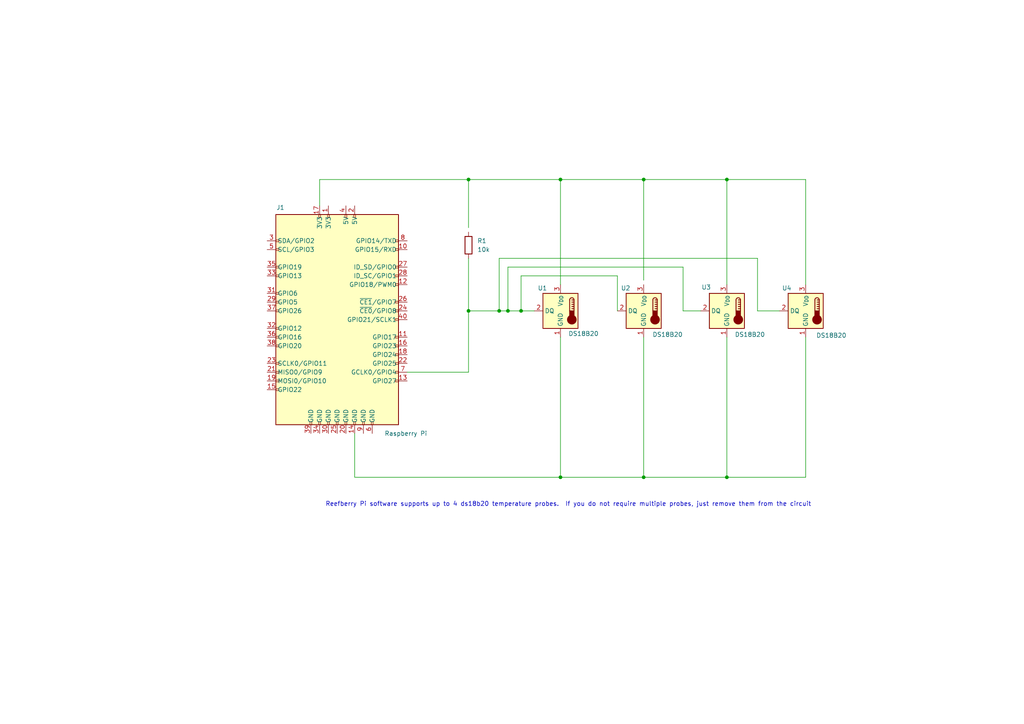
<source format=kicad_sch>
(kicad_sch (version 20231120) (generator "eeschema") (generator_version "8.0")
  (paper "A4")
  (title_block (title "ds18b20 Temperature Probes") (date "2024-04-10") (rev "v01") (company "ReefSpy Labs") (comment 1 "https://github.com/ReefSpy/ReefberryPi"))
  (lib_symbols
    (symbol "Device:R" (pin_numbers hide) (pin_names (offset 0))
      (property "Reference" "R" (at 2.032 0 90))
      (property "Value" "R" (at 0 0 90))
      (symbol "R_0_1"
        (rectangle (start -1.016 -2.54) (end 1.016 2.54) (stroke (width 0.254)))
      )
      (symbol "R_1_1"
        (pin passive line (at 0 3.81 270) (length 1.27) (name "~") (number "1"))
        (pin passive line (at 0 -3.81 90) (length 1.27) (name "~") (number "2"))
      )
    )
    (symbol "Sensor_Temperature:DS18B20"
      (property "Reference" "U" (at -3.81 6.35 0))
      (property "Value" "DS18B20" (at 6.35 6.35 0))
      (symbol "DS18B20_0_1"
        (rectangle (start -5.08 5.08) (end 5.08 -5.08) (stroke (width 0.254)) (fill (type background)))
        (circle (center -3.302 -2.54) (radius 1.27) (stroke (width 0.254)) (fill (type outline)))
        (rectangle (start -2.667 -1.905) (end -3.937 0) (stroke (width 0.254)) (fill (type outline)))
        (arc (start -2.667 3.175) (mid -3.302 3.8073) (end -3.937 3.175) (stroke (width 0.254)))
        (polyline (pts (xy -3.937 0.635) (xy -3.302 0.635)) (stroke (width 0.254)))
        (polyline (pts (xy -3.937 1.27) (xy -3.302 1.27)) (stroke (width 0.254)))
        (polyline (pts (xy -3.937 1.905) (xy -3.302 1.905)) (stroke (width 0.254)))
        (polyline (pts (xy -3.937 2.54) (xy -3.302 2.54)) (stroke (width 0.254)))
        (polyline (pts (xy -3.937 3.175) (xy -3.937 0)) (stroke (width 0.254)))
        (polyline (pts (xy -3.937 3.175) (xy -3.302 3.175)) (stroke (width 0.254)))
        (polyline (pts (xy -2.667 3.175) (xy -2.667 0)) (stroke (width 0.254)))
      )
      (symbol "DS18B20_1_1"
        (pin power_in line (at 0 -7.62 90) (length 2.54) (name "GND") (number "1"))
        (pin bidirectional line (at 7.62 0 180) (length 2.54) (name "DQ") (number "2"))
        (pin power_in line (at 0 7.62 270) (length 2.54) (name "V_{DD}") (number "3"))
      )
    )
    (symbol "reefberrypi:Raspberry_Pi"
      (property "Reference" "J" (at -17.526 32.258 0))
      (property "Value" "Raspberry Pi" (at 17.272 -32.512 0))
      (symbol "Raspberry_Pi_0_1"
        (rectangle (start -17.78 30.48) (end 17.78 -30.48) (stroke (width 0.254)) (fill (type background)))
      )
      (symbol "Raspberry_Pi_1_1"
        (rectangle (start -16.891 -17.526) (end -17.78 -18.034))
        (rectangle (start -16.891 -14.986) (end -17.78 -15.494))
        (rectangle (start -16.891 -12.446) (end -17.78 -12.954))
        (rectangle (start -16.891 -9.906) (end -17.78 -10.414))
        (rectangle (start -16.891 -7.366) (end -17.78 -7.874))
        (rectangle (start -16.891 -4.826) (end -17.78 -5.334))
        (rectangle (start -16.891 0.254) (end -17.78 -0.254))
        (rectangle (start -16.891 2.794) (end -17.78 2.286))
        (rectangle (start -16.891 5.334) (end -17.78 4.826))
        (rectangle (start -16.891 10.414) (end -17.78 9.906))
        (rectangle (start -16.891 12.954) (end -17.78 12.446))
        (rectangle (start -16.891 15.494) (end -17.78 14.986))
        (rectangle (start -16.891 20.574) (end -17.78 20.066))
        (rectangle (start -16.891 23.114) (end -17.78 22.606))
        (rectangle (start -10.414 -29.591) (end -9.906 -30.48))
        (rectangle (start -7.874 -29.591) (end -7.366 -30.48))
        (rectangle (start -5.334 -29.591) (end -4.826 -30.48))
        (rectangle (start -5.334 30.48) (end -4.826 29.591))
        (rectangle (start -2.794 -29.591) (end -2.286 -30.48))
        (rectangle (start -2.794 30.48) (end -2.286 29.591))
        (rectangle (start -0.254 -29.591) (end 0.254 -30.48))
        (rectangle (start 2.286 -29.591) (end 2.794 -30.48))
        (rectangle (start 2.286 30.48) (end 2.794 29.591))
        (rectangle (start 4.826 -29.591) (end 5.334 -30.48))
        (rectangle (start 4.826 30.48) (end 5.334 29.591))
        (rectangle (start 7.366 -29.591) (end 7.874 -30.48))
        (rectangle (start 16.891 -15.0368) (end 17.78 -15.5448))
        (rectangle (start 16.891 -12.446) (end 17.78 -12.954))
        (rectangle (start 16.891 7.874) (end 17.78 7.366))
        (rectangle (start 17.78 -20.066) (end 16.891 -20.574))
        (rectangle (start 17.78 -17.526) (end 16.891 -18.034))
        (rectangle (start 17.78 -7.366) (end 16.891 -7.874))
        (rectangle (start 17.78 -4.826) (end 16.891 -5.334))
        (rectangle (start 17.78 -2.286) (end 16.891 -2.794))
        (rectangle (start 17.78 2.794) (end 16.891 2.286))
        (rectangle (start 17.78 5.334) (end 16.891 4.826))
        (rectangle (start 17.78 12.954) (end 16.891 12.446))
        (rectangle (start 17.78 15.494) (end 16.891 14.986))
        (rectangle (start 17.78 20.574) (end 16.891 20.066))
        (rectangle (start 17.78 23.114) (end 16.891 22.606))
        (pin power_in line (at 2.54 33.02 270) (length 2.54) (name "3V3") (number "1"))
        (pin bidirectional line (at -20.32 20.32 0) (length 2.54) (name "GPIO15/RXD") (number "10"))
        (pin bidirectional line (at -20.32 -5.08 0) (length 2.54) (name "GPIO17") (number "11"))
        (pin bidirectional line (at -20.32 10.16 0) (length 2.54) (name "GPIO18/PWM0") (number "12"))
        (pin bidirectional line (at -20.32 -17.78 0) (length 2.54) (name "GPIO27") (number "13"))
        (pin power_in line (at -5.08 -33.02 90) (length 2.54) (name "GND") (number "14"))
        (pin bidirectional line (at 20.32 -20.32 180) (length 2.54) (name "GPIO22") (number "15"))
        (pin bidirectional line (at -20.32 -7.62 0) (length 2.54) (name "GPIO23") (number "16"))
        (pin power_in line (at 5.08 33.02 270) (length 2.54) (name "3V3") (number "17"))
        (pin bidirectional line (at -20.32 -10.16 0) (length 2.54) (name "GPIO24") (number "18"))
        (pin bidirectional line (at 20.32 -17.78 180) (length 2.54) (name "MOSI0/GPIO10") (number "19"))
        (pin power_in line (at -5.08 33.02 270) (length 2.54) (name "5V") (number "2"))
        (pin power_in line (at -2.54 -33.02 90) (length 2.54) (name "GND") (number "20"))
        (pin bidirectional line (at 20.32 -15.24 180) (length 2.54) (name "MISO0/GPIO9") (number "21"))
        (pin bidirectional line (at -20.32 -12.7 0) (length 2.54) (name "GPIO25") (number "22"))
        (pin bidirectional line (at 20.32 -12.7 180) (length 2.54) (name "SCLK0/GPIO11") (number "23"))
        (pin bidirectional line (at -20.32 2.54 0) (length 2.54) (name "~{CE0}/GPIO8") (number "24"))
        (pin power_in line (at 0 -33.02 90) (length 2.54) (name "GND") (number "25"))
        (pin bidirectional line (at -20.32 5.08 0) (length 2.54) (name "~{CE1}/GPIO7") (number "26"))
        (pin bidirectional line (at -20.32 15.24 0) (length 2.54) (name "ID_SD/GPIO0") (number "27"))
        (pin bidirectional line (at -20.32 12.7 0) (length 2.54) (name "ID_SC/GPIO1") (number "28"))
        (pin bidirectional line (at 20.32 5.08 180) (length 2.54) (name "GPIO5") (number "29"))
        (pin bidirectional line (at 20.32 22.86 180) (length 2.54) (name "SDA/GPIO2") (number "3"))
        (pin power_in line (at 2.54 -33.02 90) (length 2.54) (name "GND") (number "30"))
        (pin bidirectional line (at 20.32 7.62 180) (length 2.54) (name "GPIO6") (number "31"))
        (pin bidirectional line (at 20.32 -2.54 180) (length 2.54) (name "GPIO12") (number "32"))
        (pin bidirectional line (at 20.32 12.7 180) (length 2.54) (name "GPIO13") (number "33"))
        (pin power_in line (at 5.08 -33.02 90) (length 2.54) (name "GND") (number "34"))
        (pin bidirectional line (at 20.32 15.24 180) (length 2.54) (name "GPIO19") (number "35"))
        (pin bidirectional line (at 20.32 -5.08 180) (length 2.54) (name "GPIO16") (number "36"))
        (pin bidirectional line (at 20.32 2.54 180) (length 2.54) (name "GPIO26") (number "37"))
        (pin bidirectional line (at 20.32 -7.62 180) (length 2.54) (name "GPIO20") (number "38"))
        (pin power_in line (at 7.62 -33.02 90) (length 2.54) (name "GND") (number "39"))
        (pin power_in line (at -2.54 33.02 270) (length 2.54) (name "5V") (number "4"))
        (pin bidirectional line (at -20.32 0 0) (length 2.54) (name "GPIO21/SCLK1") (number "40"))
        (pin bidirectional line (at 20.32 20.32 180) (length 2.54) (name "SCL/GPIO3") (number "5"))
        (pin power_in line (at -10.16 -33.02 90) (length 2.54) (name "GND") (number "6"))
        (pin bidirectional line (at -20.32 -15.24 0) (length 2.54) (name "GCLK0/GPIO4") (number "7"))
        (pin bidirectional line (at -20.32 22.86 0) (length 2.54) (name "GPIO14/TXD") (number "8"))
        (pin power_in line (at -7.62 -33.02 90) (length 2.54) (name "GND") (number "9"))
      )
    )
  )
  (junction (at 186.69 52.07))
  (junction (at 162.56 138.43))
  (junction (at 144.78 90.17))
  (junction (at 210.82 138.43))
  (junction (at 162.56 52.07))
  (junction (at 147.32 90.17))
  (junction (at 186.69 138.43))
  (junction (at 135.89 90.17))
  (junction (at 151.13 90.17))
  (junction (at 135.89 52.07))
  (junction (at 210.82 52.07))
  (wire (pts (xy 198.12 77.47) (xy 147.32 77.47)))
  (wire (pts (xy 102.87 125.73) (xy 102.87 138.43)))
  (wire (pts (xy 135.89 52.07) (xy 92.71 52.07)))
  (wire (pts (xy 135.89 74.93) (xy 135.89 90.17)))
  (wire (pts (xy 233.68 97.79) (xy 233.68 138.43)))
  (wire (pts (xy 210.82 97.79) (xy 210.82 138.43)))
  (wire (pts (xy 186.69 97.79) (xy 186.69 138.43)))
  (wire (pts (xy 219.71 74.93) (xy 144.78 74.93)))
  (wire (pts (xy 151.13 80.01) (xy 151.13 90.17)))
  (wire (pts (xy 162.56 138.43) (xy 162.56 97.79)))
  (wire (pts (xy 92.71 52.07) (xy 92.71 59.69)))
  (wire (pts (xy 102.87 138.43) (xy 162.56 138.43)))
  (wire (pts (xy 135.89 107.95) (xy 135.89 90.17)))
  (wire (pts (xy 226.06 90.17) (xy 219.71 90.17)))
  (wire (pts (xy 186.69 81.28) (xy 186.69 52.07)))
  (wire (pts (xy 186.69 52.07) (xy 210.82 52.07)))
  (wire (pts (xy 162.56 138.43) (xy 186.69 138.43)))
  (wire (pts (xy 233.68 82.55) (xy 233.68 52.07)))
  (wire (pts (xy 210.82 138.43) (xy 186.69 138.43)))
  (wire (pts (xy 144.78 74.93) (xy 144.78 90.17)))
  (wire (pts (xy 179.07 90.17) (xy 179.07 80.01)))
  (wire (pts (xy 151.13 90.17) (xy 154.94 90.17)))
  (wire (pts (xy 219.71 90.17) (xy 219.71 74.93)))
  (wire (pts (xy 162.56 52.07) (xy 186.69 52.07)))
  (wire (pts (xy 147.32 90.17) (xy 151.13 90.17)))
  (wire (pts (xy 198.12 90.17) (xy 198.12 77.47)))
  (wire (pts (xy 162.56 82.55) (xy 162.56 52.07)))
  (wire (pts (xy 144.78 90.17) (xy 147.32 90.17)))
  (wire (pts (xy 135.89 90.17) (xy 144.78 90.17)))
  (wire (pts (xy 162.56 52.07) (xy 135.89 52.07)))
  (wire (pts (xy 233.68 138.43) (xy 210.82 138.43)))
  (wire (pts (xy 118.11 107.95) (xy 135.89 107.95)))
  (wire (pts (xy 203.2 90.17) (xy 198.12 90.17)))
  (wire (pts (xy 210.82 82.55) (xy 210.82 52.07)))
  (wire (pts (xy 210.82 52.07) (xy 233.68 52.07)))
  (wire (pts (xy 147.32 77.47) (xy 147.32 90.17)))
  (wire (pts (xy 135.89 52.07) (xy 135.89 66.04)))
  (wire (pts (xy 179.07 80.01) (xy 151.13 80.01)))
  (text "Reefberry Pi software supports up to 4 ds18b20 temperature probes.  If you do not require multiple probes, just remove them from the circuit" (at 164.846 146.304 0) (effects (font (size 1.27 1.27))))
  (symbol (lib_id "Sensor_Temperature:DS18B20") (at 162.56 90.17 0) (mirror y) (unit 1)
    (property "Reference" "U1" (at 155.956 83.566 0) (effects (justify right)))
    (property "Value" "DS18B20" (at 164.846 96.774 0) (effects (justify right)))
    (property "Footprint" "Package_TO_SOT_THT:TO-92_Inline" (effects (hide yes)))
    (property "Datasheet" "http://datasheets.maximintegrated.com/en/ds/DS18B20.pdf" (effects (hide yes)))
    (property "Description" "Programmable Resolution 1-Wire Digital Thermometer TO-92" (effects (hide yes)))
  )
  (symbol (lib_id "Device:R") (at 135.89 71.12 0) (unit 1)
    (property "Reference" "R1" (at 138.43 69.8499 0) (effects (justify left)))
    (property "Value" "10k" (at 138.43 72.3899 0) (effects (justify left)))
    (property "Description" "Resistor" (effects (hide yes)))
  )
  (symbol (lib_id "Sensor_Temperature:DS18B20") (at 186.69 90.17 0) (mirror y) (unit 1)
    (property "Reference" "U2" (at 180.086 83.566 0) (effects (justify right)))
    (property "Value" "DS18B20" (at 189.23 97.028 0) (effects (justify right)))
    (property "Footprint" "Package_TO_SOT_THT:TO-92_Inline" (effects (hide yes)))
    (property "Datasheet" "http://datasheets.maximintegrated.com/en/ds/DS18B20.pdf" (effects (hide yes)))
    (property "Description" "Programmable Resolution 1-Wire Digital Thermometer TO-92" (effects (hide yes)))
  )
  (symbol (lib_id "Sensor_Temperature:DS18B20") (at 233.68 90.17 0) (mirror y) (unit 1)
    (property "Reference" "U4" (at 226.822 83.566 0) (effects (justify right)))
    (property "Value" "DS18B20" (at 236.728 97.282 0) (effects (justify right)))
    (property "Footprint" "Package_TO_SOT_THT:TO-92_Inline" (effects (hide yes)))
    (property "Datasheet" "http://datasheets.maximintegrated.com/en/ds/DS18B20.pdf" (effects (hide yes)))
    (property "Description" "Programmable Resolution 1-Wire Digital Thermometer TO-92" (effects (hide yes)))
  )
  (symbol (lib_id "Sensor_Temperature:DS18B20") (at 210.82 90.17 0) (mirror y) (unit 1)
    (property "Reference" "U3" (at 203.454 83.312 0) (effects (justify right)))
    (property "Value" "DS18B20" (at 213.106 97.028 0) (effects (justify right)))
    (property "Footprint" "Package_TO_SOT_THT:TO-92_Inline" (effects (hide yes)))
    (property "Datasheet" "http://datasheets.maximintegrated.com/en/ds/DS18B20.pdf" (effects (hide yes)))
    (property "Description" "Programmable Resolution 1-Wire Digital Thermometer TO-92" (effects (hide yes)))
  )
  (symbol (lib_id "reefberrypi:Raspberry_Pi") (at 97.79 92.71 0) (mirror y) (unit 1)
    (property "Reference" "J1" (at 82.55 60.198 0) (effects (justify left)))
    (property "Value" "Raspberry Pi" (at 123.952 125.73 0) (effects (justify left)))
  )
)
</source>
